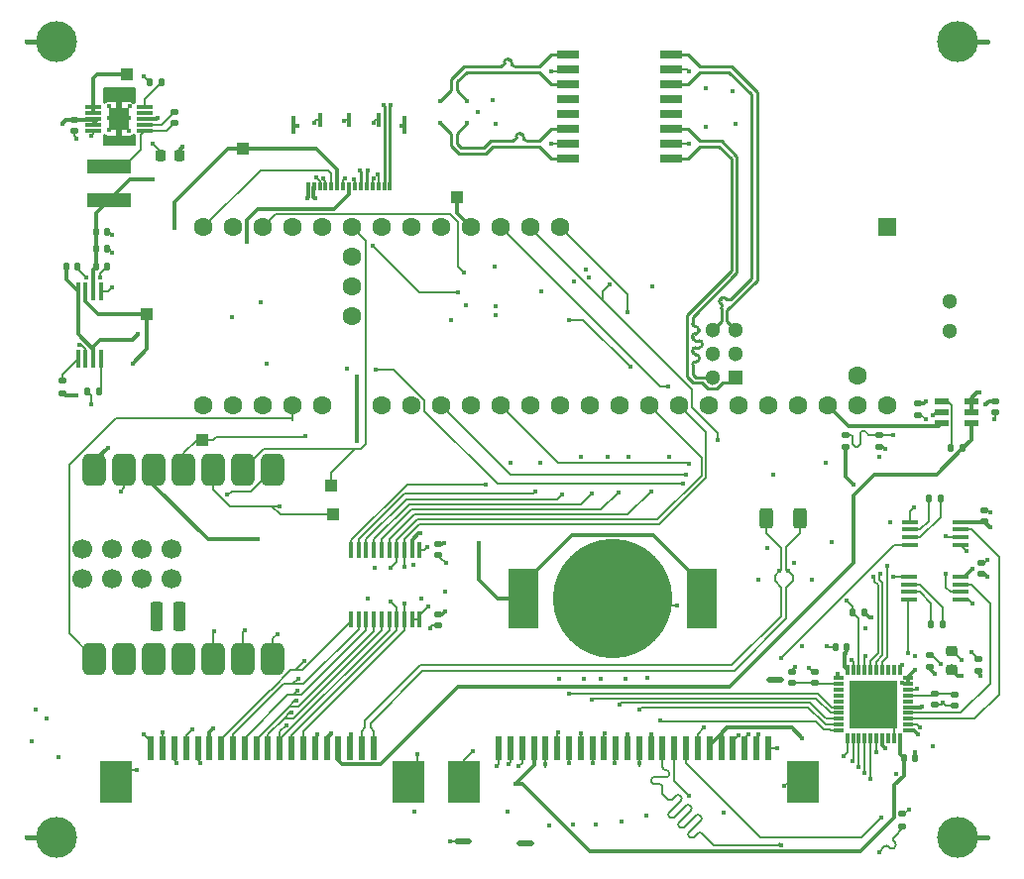
<source format=gtl>
%TF.GenerationSoftware,KiCad,Pcbnew,9.0.4*%
%TF.CreationDate,2026-02-09T19:44:13-05:00*%
%TF.ProjectId,main_board_v3,6d61696e-5f62-46f6-9172-645f76332e6b,rev?*%
%TF.SameCoordinates,Original*%
%TF.FileFunction,Copper,L1,Top*%
%TF.FilePolarity,Positive*%
%FSLAX46Y46*%
G04 Gerber Fmt 4.6, Leading zero omitted, Abs format (unit mm)*
G04 Created by KiCad (PCBNEW 9.0.4) date 2026-02-09 19:44:13*
%MOMM*%
%LPD*%
G01*
G04 APERTURE LIST*
G04 Aperture macros list*
%AMRoundRect*
0 Rectangle with rounded corners*
0 $1 Rounding radius*
0 $2 $3 $4 $5 $6 $7 $8 $9 X,Y pos of 4 corners*
0 Add a 4 corners polygon primitive as box body*
4,1,4,$2,$3,$4,$5,$6,$7,$8,$9,$2,$3,0*
0 Add four circle primitives for the rounded corners*
1,1,$1+$1,$2,$3*
1,1,$1+$1,$4,$5*
1,1,$1+$1,$6,$7*
1,1,$1+$1,$8,$9*
0 Add four rect primitives between the rounded corners*
20,1,$1+$1,$2,$3,$4,$5,0*
20,1,$1+$1,$4,$5,$6,$7,0*
20,1,$1+$1,$6,$7,$8,$9,0*
20,1,$1+$1,$8,$9,$2,$3,0*%
G04 Aperture macros list end*
%TA.AperFunction,EtchedComponent*%
%ADD10C,0.000000*%
%TD*%
%TA.AperFunction,ComponentPad*%
%ADD11C,3.500000*%
%TD*%
%TA.AperFunction,SMDPad,CuDef*%
%ADD12R,1.000000X1.000000*%
%TD*%
%TA.AperFunction,SMDPad,CuDef*%
%ADD13RoundRect,0.500000X0.500000X-0.875000X0.500000X0.875000X-0.500000X0.875000X-0.500000X-0.875000X0*%
%TD*%
%TA.AperFunction,SMDPad,CuDef*%
%ADD14RoundRect,0.275000X-0.275000X0.975000X-0.275000X-0.975000X0.275000X-0.975000X0.275000X0.975000X0*%
%TD*%
%TA.AperFunction,SMDPad,CuDef*%
%ADD15C,1.700000*%
%TD*%
%TA.AperFunction,SMDPad,CuDef*%
%ADD16RoundRect,0.140000X-0.140000X-0.170000X0.140000X-0.170000X0.140000X0.170000X-0.140000X0.170000X0*%
%TD*%
%TA.AperFunction,SMDPad,CuDef*%
%ADD17RoundRect,0.140000X-0.170000X0.140000X-0.170000X-0.140000X0.170000X-0.140000X0.170000X0.140000X0*%
%TD*%
%TA.AperFunction,SMDPad,CuDef*%
%ADD18RoundRect,0.225000X0.250000X-0.225000X0.250000X0.225000X-0.250000X0.225000X-0.250000X-0.225000X0*%
%TD*%
%TA.AperFunction,SMDPad,CuDef*%
%ADD19RoundRect,0.140000X0.170000X-0.140000X0.170000X0.140000X-0.170000X0.140000X-0.170000X-0.140000X0*%
%TD*%
%TA.AperFunction,SMDPad,CuDef*%
%ADD20R,4.050000X4.050000*%
%TD*%
%TA.AperFunction,SMDPad,CuDef*%
%ADD21R,0.300000X0.850000*%
%TD*%
%TA.AperFunction,SMDPad,CuDef*%
%ADD22R,0.850000X0.300000*%
%TD*%
%TA.AperFunction,SMDPad,CuDef*%
%ADD23RoundRect,0.135000X-0.135000X-0.185000X0.135000X-0.185000X0.135000X0.185000X-0.135000X0.185000X0*%
%TD*%
%TA.AperFunction,SMDPad,CuDef*%
%ADD24RoundRect,0.250000X-0.312500X-0.625000X0.312500X-0.625000X0.312500X0.625000X-0.312500X0.625000X0*%
%TD*%
%TA.AperFunction,SMDPad,CuDef*%
%ADD25RoundRect,0.135000X0.185000X-0.135000X0.185000X0.135000X-0.185000X0.135000X-0.185000X-0.135000X0*%
%TD*%
%TA.AperFunction,SMDPad,CuDef*%
%ADD26R,1.425000X0.300000*%
%TD*%
%TA.AperFunction,SMDPad,CuDef*%
%ADD27R,1.680000X1.880000*%
%TD*%
%TA.AperFunction,SMDPad,CuDef*%
%ADD28R,1.910000X0.640000*%
%TD*%
%TA.AperFunction,SMDPad,CuDef*%
%ADD29R,1.150000X0.600000*%
%TD*%
%TA.AperFunction,SMDPad,CuDef*%
%ADD30RoundRect,0.140000X0.140000X0.170000X-0.140000X0.170000X-0.140000X-0.170000X0.140000X-0.170000X0*%
%TD*%
%TA.AperFunction,SMDPad,CuDef*%
%ADD31RoundRect,0.135000X-0.185000X0.135000X-0.185000X-0.135000X0.185000X-0.135000X0.185000X0.135000X0*%
%TD*%
%TA.AperFunction,SMDPad,CuDef*%
%ADD32R,1.400000X0.450000*%
%TD*%
%TA.AperFunction,SMDPad,CuDef*%
%ADD33RoundRect,0.225000X-0.225000X-0.250000X0.225000X-0.250000X0.225000X0.250000X-0.225000X0.250000X0*%
%TD*%
%TA.AperFunction,SMDPad,CuDef*%
%ADD34R,2.500000X5.100000*%
%TD*%
%TA.AperFunction,SMDPad,CuDef*%
%ADD35C,10.200000*%
%TD*%
%TA.AperFunction,SMDPad,CuDef*%
%ADD36RoundRect,0.135000X0.135000X0.185000X-0.135000X0.185000X-0.135000X-0.185000X0.135000X-0.185000X0*%
%TD*%
%TA.AperFunction,SMDPad,CuDef*%
%ADD37RoundRect,0.051250X0.153750X-0.733750X0.153750X0.733750X-0.153750X0.733750X-0.153750X-0.733750X0*%
%TD*%
%TA.AperFunction,SMDPad,CuDef*%
%ADD38R,0.610000X2.000000*%
%TD*%
%TA.AperFunction,SMDPad,CuDef*%
%ADD39R,2.680000X3.600000*%
%TD*%
%TA.AperFunction,SMDPad,CuDef*%
%ADD40R,3.700000X1.200000*%
%TD*%
%TA.AperFunction,SMDPad,CuDef*%
%ADD41C,0.500000*%
%TD*%
%TA.AperFunction,SMDPad,CuDef*%
%ADD42R,0.300000X0.650000*%
%TD*%
%TA.AperFunction,SMDPad,CuDef*%
%ADD43R,0.300000X1.200000*%
%TD*%
%TA.AperFunction,SMDPad,CuDef*%
%ADD44R,0.400000X1.550000*%
%TD*%
%TA.AperFunction,SMDPad,CuDef*%
%ADD45R,0.450000X1.475000*%
%TD*%
%TA.AperFunction,ComponentPad*%
%ADD46R,1.600000X1.600000*%
%TD*%
%TA.AperFunction,ComponentPad*%
%ADD47C,1.600000*%
%TD*%
%TA.AperFunction,ComponentPad*%
%ADD48R,1.300000X1.300000*%
%TD*%
%TA.AperFunction,ComponentPad*%
%ADD49C,1.300000*%
%TD*%
%TA.AperFunction,ViaPad*%
%ADD50C,0.450000*%
%TD*%
%TA.AperFunction,Conductor*%
%ADD51C,0.400000*%
%TD*%
%TA.AperFunction,Conductor*%
%ADD52C,0.200000*%
%TD*%
%TA.AperFunction,Conductor*%
%ADD53C,0.300000*%
%TD*%
%TA.AperFunction,Conductor*%
%ADD54C,0.288800*%
%TD*%
G04 APERTURE END LIST*
D10*
%TA.AperFunction,EtchedComponent*%
G36*
X116900000Y-71750000D02*
G01*
X115900000Y-71750000D01*
X115900000Y-71250000D01*
X116900000Y-71250000D01*
X116900000Y-71750000D01*
G37*
%TD.AperFunction*%
%TA.AperFunction,EtchedComponent*%
G36*
X90200000Y-85550000D02*
G01*
X89200000Y-85550000D01*
X89200000Y-85050000D01*
X90200000Y-85050000D01*
X90200000Y-85550000D01*
G37*
%TD.AperFunction*%
%TA.AperFunction,EtchedComponent*%
G36*
X95550000Y-85750000D02*
G01*
X94550000Y-85750000D01*
X94550000Y-85250000D01*
X95550000Y-85250000D01*
X95550000Y-85750000D01*
G37*
%TD.AperFunction*%
D11*
X55000000Y-17000000D03*
D12*
X67500000Y-51000000D03*
X61000000Y-19770000D03*
X70900000Y-26100000D03*
D13*
X58260000Y-69700000D03*
X60800000Y-69700000D03*
X63340000Y-69700000D03*
X65880000Y-69700000D03*
X68420000Y-69700000D03*
X70960000Y-69700000D03*
X73500000Y-69700000D03*
X73500000Y-53535000D03*
X70960000Y-53535000D03*
X68420000Y-53535000D03*
X65880000Y-53535000D03*
X63340000Y-53535000D03*
X60800000Y-53535000D03*
X58260000Y-53535000D03*
D14*
X65498000Y-66090000D03*
X63593000Y-66090000D03*
D15*
X57248000Y-62915000D03*
X57248000Y-60375000D03*
X59788000Y-62915000D03*
X59788000Y-60375000D03*
X62328000Y-62915000D03*
X62328000Y-60375000D03*
X64868000Y-62915000D03*
X64868000Y-60375000D03*
D16*
X59345000Y-34730000D03*
X58385000Y-34730000D03*
D17*
X131750000Y-73710000D03*
X131750000Y-72750000D03*
D18*
X131450000Y-69095000D03*
X131450000Y-70645000D03*
D19*
X117800000Y-70820000D03*
X117800000Y-71780000D03*
D16*
X59345000Y-33230000D03*
X58385000Y-33230000D03*
D17*
X56525000Y-24650000D03*
X56525000Y-23690000D03*
D20*
X124800000Y-73600000D03*
D21*
X127050000Y-76550000D03*
X126550000Y-76550000D03*
X126050000Y-76550000D03*
X125550000Y-76550000D03*
X125050000Y-76550000D03*
X124550000Y-76550000D03*
X124050000Y-76550000D03*
X123550000Y-76550000D03*
X123050000Y-76550000D03*
X122550000Y-76550000D03*
D22*
X121850000Y-75850000D03*
X121850000Y-75350000D03*
X121850000Y-74850000D03*
X121850000Y-74350000D03*
X121850000Y-73850000D03*
X121850000Y-73350000D03*
X121850000Y-72850000D03*
X121850000Y-72350000D03*
X121850000Y-71850000D03*
X121850000Y-71350000D03*
D21*
X122550000Y-70650000D03*
X123050000Y-70650000D03*
X123550000Y-70650000D03*
X124050000Y-70650000D03*
X124550000Y-70650000D03*
X125050000Y-70650000D03*
X125550000Y-70650000D03*
X126050000Y-70650000D03*
X126550000Y-70650000D03*
X127050000Y-70650000D03*
D22*
X127750000Y-71350000D03*
X127750000Y-71850000D03*
X127750000Y-72350000D03*
X127750000Y-72850000D03*
X127750000Y-73350000D03*
X127750000Y-73850000D03*
X127750000Y-74350000D03*
X127750000Y-74850000D03*
X127750000Y-75350000D03*
X127750000Y-75850000D03*
D23*
X124010000Y-65750000D03*
X122990000Y-65750000D03*
D24*
X118557500Y-57686600D03*
X115632500Y-57686600D03*
D25*
X55500000Y-45990000D03*
X55500000Y-47010000D03*
D12*
X62750000Y-40250000D03*
D11*
X132000000Y-85000000D03*
D26*
X58153000Y-22591000D03*
X58153000Y-23091000D03*
X58153000Y-23591000D03*
X58153000Y-24091000D03*
X58153000Y-24591000D03*
X62577000Y-24591000D03*
X62577000Y-24091000D03*
X62577000Y-23591000D03*
X62577000Y-23091000D03*
X62577000Y-22591000D03*
D27*
X60365000Y-23591000D03*
D17*
X65085000Y-22980000D03*
X65085000Y-23940000D03*
X87600000Y-59920000D03*
X87600000Y-60880000D03*
X128600000Y-47920000D03*
X128600000Y-48880000D03*
D28*
X107500000Y-26960000D03*
X107500000Y-25690000D03*
X107500000Y-24420000D03*
X107500000Y-23150000D03*
X107500000Y-21880000D03*
X107500000Y-20610000D03*
X107500000Y-19340000D03*
X107500000Y-18070000D03*
X98730000Y-18070000D03*
X98730000Y-19340000D03*
X98730000Y-20610000D03*
X98730000Y-21880000D03*
X98730000Y-23150000D03*
X98730000Y-24420000D03*
X98730000Y-25690000D03*
X98730000Y-26960000D03*
D29*
X130624000Y-47700000D03*
X130624000Y-48650000D03*
X130624000Y-49600000D03*
X133124000Y-49600000D03*
X133124000Y-48650000D03*
X133124000Y-47700000D03*
D30*
X122500000Y-68750000D03*
X121540000Y-68750000D03*
D25*
X127250000Y-84010000D03*
X127250000Y-82990000D03*
D19*
X129600000Y-70400000D03*
X129600000Y-69440000D03*
D31*
X125300000Y-50590000D03*
X125300000Y-51610000D03*
D17*
X87600000Y-65940000D03*
X87600000Y-66900000D03*
D32*
X127850000Y-62700000D03*
X127850000Y-63350000D03*
X127850000Y-64000000D03*
X127850000Y-64650000D03*
X132250000Y-64650000D03*
X132250000Y-64000000D03*
X132250000Y-63350000D03*
X132250000Y-62700000D03*
D11*
X132000000Y-17000000D03*
D17*
X130000000Y-72670000D03*
X130000000Y-73630000D03*
D12*
X78600000Y-57400000D03*
D19*
X135174000Y-48680000D03*
X135174000Y-47720000D03*
X134275000Y-57980000D03*
X134275000Y-57020000D03*
D23*
X62940000Y-20500000D03*
X63960000Y-20500000D03*
D19*
X119800000Y-71780000D03*
X119800000Y-70820000D03*
D16*
X58365000Y-36230000D03*
X59325000Y-36230000D03*
D31*
X133750000Y-69740000D03*
X133750000Y-70760000D03*
D33*
X63925000Y-26700000D03*
X65475000Y-26700000D03*
D23*
X129490000Y-56000000D03*
X130510000Y-56000000D03*
D34*
X110100000Y-64600000D03*
X94900000Y-64600000D03*
D35*
X102500000Y-64600000D03*
D25*
X122425000Y-51635000D03*
X122425000Y-50615000D03*
D36*
X130750000Y-66750000D03*
X129730000Y-66750000D03*
D30*
X128380000Y-78250000D03*
X127420000Y-78250000D03*
D37*
X56850000Y-44100000D03*
X57500000Y-44100000D03*
X58150000Y-44100000D03*
X58800000Y-44100000D03*
X58800000Y-38360000D03*
X58150000Y-38360000D03*
X57500000Y-38360000D03*
X56850000Y-38360000D03*
D19*
X134000000Y-62480000D03*
X134000000Y-61520000D03*
D38*
X63090000Y-77400000D03*
X64090000Y-77400000D03*
X65090000Y-77400000D03*
X66090000Y-77400000D03*
X67090000Y-77400000D03*
X68090000Y-77400000D03*
X69090000Y-77400000D03*
X70090000Y-77400000D03*
X71090000Y-77400000D03*
X72090000Y-77400000D03*
X73090000Y-77400000D03*
X74090000Y-77400000D03*
X75090000Y-77400000D03*
X76090000Y-77400000D03*
X77090000Y-77400000D03*
X78090000Y-77400000D03*
X79090000Y-77400000D03*
X80090000Y-77400000D03*
X81090000Y-77400000D03*
X82090000Y-77400000D03*
D39*
X60100000Y-80200000D03*
X85080000Y-80200000D03*
D36*
X132424000Y-51750000D03*
X131404000Y-51750000D03*
D38*
X92790000Y-77400000D03*
X93790000Y-77400000D03*
X94790000Y-77400000D03*
X95790000Y-77400000D03*
X96790000Y-77400000D03*
X97790000Y-77400000D03*
X98790000Y-77400000D03*
X99790000Y-77400000D03*
X100790000Y-77400000D03*
X101790000Y-77400000D03*
X102790000Y-77400000D03*
X103790000Y-77400000D03*
X104790000Y-77400000D03*
X105790000Y-77400000D03*
X106790000Y-77400000D03*
X107790000Y-77400000D03*
X108790000Y-77400000D03*
X109790000Y-77400000D03*
X110790000Y-77400000D03*
X111790000Y-77400000D03*
X112790000Y-77400000D03*
X113790000Y-77400000D03*
X114790000Y-77400000D03*
X115790000Y-77400000D03*
D39*
X89800000Y-80200000D03*
X118780000Y-80200000D03*
D40*
X59500000Y-27700000D03*
X59500000Y-30500000D03*
D12*
X78500000Y-54900000D03*
D36*
X58660000Y-46860000D03*
X57640000Y-46860000D03*
D12*
X89250000Y-30250000D03*
D16*
X55845000Y-36230000D03*
X56805000Y-36230000D03*
D32*
X127875000Y-58025000D03*
X127875000Y-58675000D03*
X127875000Y-59325000D03*
X127875000Y-59975000D03*
X132275000Y-59975000D03*
X132275000Y-59325000D03*
X132275000Y-58675000D03*
X132275000Y-58025000D03*
D41*
X115900000Y-71500000D03*
X116900000Y-71500000D03*
D11*
X55000000Y-85000000D03*
D41*
X89200000Y-85300000D03*
X90200000Y-85300000D03*
D42*
X83500000Y-29375000D03*
X83000000Y-29375000D03*
X82500000Y-29375000D03*
X82000000Y-29375000D03*
X81500000Y-29375000D03*
X81000000Y-29375000D03*
X80500000Y-29375000D03*
X80000000Y-29375000D03*
X79500000Y-29375000D03*
X79000000Y-29375000D03*
X78500000Y-29375000D03*
X78000000Y-29375000D03*
X77500000Y-29375000D03*
X77000000Y-29375000D03*
X76500000Y-29375000D03*
D43*
X82500000Y-23700000D03*
X80000000Y-23700000D03*
X77500000Y-23700000D03*
D44*
X84750000Y-24125000D03*
X75250000Y-24125000D03*
D41*
X95550000Y-85500000D03*
X94550000Y-85500000D03*
D45*
X86025000Y-60462000D03*
X85375000Y-60462000D03*
X84725000Y-60462000D03*
X84075000Y-60462000D03*
X83425000Y-60462000D03*
X82775000Y-60462000D03*
X82125000Y-60462000D03*
X81475000Y-60462000D03*
X80825000Y-60462000D03*
X80175000Y-60462000D03*
X80175000Y-66338000D03*
X80825000Y-66338000D03*
X81475000Y-66338000D03*
X82125000Y-66338000D03*
X82775000Y-66338000D03*
X83425000Y-66338000D03*
X84075000Y-66338000D03*
X84725000Y-66338000D03*
X85375000Y-66338000D03*
X86025000Y-66338000D03*
D46*
X126000000Y-32860000D03*
D47*
X98060000Y-32860000D03*
X95520000Y-32860000D03*
X92980000Y-32860000D03*
X90440000Y-32860000D03*
X87900000Y-32860000D03*
X85360000Y-32860000D03*
X82820000Y-32860000D03*
X80280000Y-32860000D03*
X77740000Y-32860000D03*
X75200000Y-32860000D03*
X72660000Y-32860000D03*
X70120000Y-32860000D03*
X67580000Y-32860000D03*
X67580000Y-48100000D03*
X70120000Y-48100000D03*
X72660000Y-48100000D03*
X75200000Y-48100000D03*
X77740000Y-48100000D03*
X82820000Y-48100000D03*
X85360000Y-48100000D03*
X87900000Y-48100000D03*
X90440000Y-48100000D03*
X92980000Y-48100000D03*
X95520000Y-48100000D03*
X98060000Y-48100000D03*
X100600000Y-48100000D03*
X103140000Y-48100000D03*
X105680000Y-48100000D03*
X108220000Y-48100000D03*
X110760000Y-48100000D03*
X113300000Y-48100000D03*
X115840000Y-48100000D03*
X118380000Y-48100000D03*
X120920000Y-48100000D03*
X123460000Y-48100000D03*
X126000000Y-48100000D03*
X123460000Y-45560000D03*
X80280000Y-35400000D03*
X80280000Y-37940000D03*
X80280000Y-40480000D03*
D48*
X113030000Y-45661600D03*
D49*
X113030000Y-43661600D03*
X113030000Y-41661600D03*
X111030000Y-41661600D03*
X111030000Y-43661600D03*
X111030000Y-45661600D03*
X131290000Y-41750000D03*
X131290000Y-39210000D03*
D50*
X134500000Y-85000000D03*
X134500000Y-17000000D03*
X52500000Y-17000000D03*
X52500000Y-85000000D03*
X127800000Y-82600000D03*
X95550000Y-85500000D03*
X116600000Y-77400000D03*
X105400000Y-83100000D03*
X121250000Y-59775000D03*
X103600000Y-71400000D03*
X100100000Y-71440000D03*
X97100000Y-84000000D03*
X135124000Y-49250000D03*
X124800000Y-73600000D03*
X130514040Y-70178343D03*
X129250000Y-49250000D03*
X90600000Y-77600000D03*
X114100000Y-76200000D03*
X132321212Y-69789943D03*
X112000000Y-82900000D03*
X134500000Y-61250000D03*
X99100000Y-83900000D03*
X133250000Y-65000000D03*
X101500000Y-71400000D03*
X105500000Y-71390000D03*
X130750000Y-73500000D03*
X128800000Y-75600000D03*
X113300000Y-76300000D03*
X115000000Y-76200000D03*
X126700000Y-79600000D03*
X125800000Y-51800000D03*
X128301000Y-77700000D03*
X128511866Y-72259128D03*
X117200000Y-80600000D03*
X129834854Y-48932893D03*
X101100000Y-83900000D03*
X115900000Y-71500000D03*
X120750000Y-53000000D03*
X127250000Y-70250000D03*
X103300000Y-83600000D03*
X134750000Y-57250000D03*
X97925000Y-71425000D03*
X133900000Y-71200000D03*
X132750000Y-60500000D03*
X123100000Y-54800000D03*
X118700000Y-76500000D03*
X118700000Y-68600000D03*
X124075000Y-67100000D03*
X128900000Y-73825000D03*
X79800000Y-44900000D03*
X62000000Y-42000000D03*
X65100000Y-32900000D03*
X61500000Y-44500000D03*
X134750000Y-58500000D03*
X68400000Y-75700000D03*
X129250000Y-47750000D03*
X133874000Y-47000000D03*
X130000000Y-71000000D03*
X88200000Y-65700000D03*
X86200000Y-64600000D03*
X132300000Y-71200000D03*
X133250000Y-62000000D03*
X59400000Y-51700000D03*
X134374000Y-48000000D03*
X56750000Y-47250000D03*
X88247968Y-63969908D03*
X78492280Y-76091874D03*
X125250000Y-52500000D03*
X127250002Y-71781670D03*
X81600000Y-64600000D03*
X134500000Y-62750000D03*
X128301000Y-70700000D03*
X93500000Y-82800000D03*
X92600000Y-78900000D03*
X93600000Y-78700000D03*
X127776000Y-69250000D03*
X125500000Y-83250000D03*
X110300000Y-75625000D03*
X116875000Y-69625000D03*
X83565000Y-64855000D03*
X84725000Y-65000000D03*
X76150000Y-69950000D03*
X105800000Y-76200000D03*
X75600000Y-72425000D03*
X103800000Y-76200000D03*
X75700000Y-71400000D03*
X90100000Y-23950000D03*
X81570300Y-28000000D03*
X75108732Y-74333732D03*
X66621232Y-75721232D03*
X80700000Y-51100000D03*
X91100000Y-59800000D03*
X80700000Y-45600000D03*
X96800000Y-78700000D03*
X87825000Y-23950000D03*
X80929700Y-28000000D03*
X99800000Y-76100000D03*
X60365000Y-23591000D03*
X57575000Y-37150000D03*
X73000000Y-44500000D03*
X59750000Y-33500000D03*
X62500000Y-20000000D03*
X61200000Y-23500000D03*
X88600000Y-85300000D03*
X58000000Y-25000000D03*
X59750000Y-38000000D03*
X60300000Y-25300000D03*
X58725000Y-37150000D03*
X61300000Y-21700000D03*
X59500000Y-25300000D03*
X59500000Y-24500000D03*
X60400000Y-21700000D03*
X61200000Y-24600000D03*
X52900000Y-76800000D03*
X72500000Y-39250000D03*
X61300000Y-22500000D03*
X59500000Y-21700000D03*
X58000000Y-48000000D03*
X56750000Y-25250000D03*
X59500000Y-23500000D03*
X56934616Y-42890000D03*
X59750000Y-35000000D03*
X60400000Y-22500000D03*
X63250000Y-25750000D03*
X59500000Y-22500000D03*
X55200000Y-78100000D03*
X61200000Y-25300000D03*
X60300000Y-24600000D03*
X101800000Y-76100000D03*
X74645382Y-75387082D03*
X76400000Y-30366387D03*
X97900000Y-76000000D03*
X83570300Y-22400000D03*
X87825000Y-22050000D03*
X125250000Y-86250000D03*
X116900000Y-85625000D03*
X104800000Y-78600000D03*
X82929700Y-22400000D03*
X90100000Y-22050000D03*
X75500000Y-73325000D03*
X77100000Y-30366387D03*
X109000000Y-81400000D03*
X102700000Y-78600000D03*
X100800000Y-78600000D03*
X64100000Y-76000000D03*
X92539861Y-39564806D03*
X118005087Y-61547984D03*
X90000000Y-39500000D03*
X92455000Y-36250000D03*
X98800000Y-78600000D03*
X117491700Y-62208300D03*
X116733352Y-62233352D03*
X113000000Y-24000000D03*
X121700000Y-71000000D03*
X82100000Y-28700000D03*
X120800000Y-68600000D03*
X82100000Y-23900000D03*
X112750000Y-21250000D03*
X118100000Y-70400000D03*
X88250000Y-61520000D03*
X92250000Y-22000000D03*
X79682584Y-28659362D03*
X84500000Y-24200000D03*
X67300000Y-78600000D03*
X93800000Y-53000000D03*
X116200000Y-54000000D03*
X110500000Y-21000000D03*
X77300000Y-76200000D03*
X115000000Y-63000000D03*
X80200000Y-76200000D03*
X92500000Y-24000000D03*
X85800000Y-77900000D03*
X99250000Y-37500000D03*
X86900000Y-67100000D03*
X65300000Y-78600000D03*
X103900000Y-52475000D03*
X60500000Y-55400000D03*
X99800000Y-52475000D03*
X100481112Y-37107529D03*
X82440900Y-28307152D03*
X75600000Y-24200000D03*
X115735000Y-60250000D03*
X119300000Y-70500000D03*
X116900000Y-71500000D03*
X92500000Y-40400000D03*
X77000000Y-23900000D03*
X62500000Y-76200000D03*
X80440900Y-28740159D03*
X96396069Y-38318859D03*
X108000000Y-65200000D03*
X110500000Y-24250000D03*
X91000000Y-23000000D03*
X79600000Y-23800000D03*
X77233350Y-28633251D03*
X107300000Y-52475000D03*
X96300000Y-53000000D03*
X77800000Y-28700000D03*
X86720000Y-60200000D03*
X119500000Y-63000000D03*
X88750000Y-40750000D03*
X122922742Y-69863044D03*
X102100000Y-52475000D03*
X61900000Y-79200000D03*
X90200000Y-85300000D03*
X94500000Y-78900000D03*
X94550000Y-85500000D03*
X65750000Y-26000000D03*
X63624061Y-23503097D03*
X59750000Y-19750000D03*
X63250000Y-28750000D03*
X94200000Y-80400000D03*
X98800000Y-72700000D03*
X109000000Y-19500000D03*
X109000000Y-25750000D03*
X100700000Y-73225000D03*
X103100000Y-73626000D03*
X104824000Y-74027000D03*
X106600000Y-75000000D03*
X53200000Y-74100000D03*
X54200000Y-74800000D03*
X85600000Y-82800000D03*
X55500000Y-24000000D03*
X122250000Y-78000000D03*
X123000000Y-78500000D03*
X123475000Y-79000000D03*
X124000000Y-79500000D03*
X124525000Y-79997449D03*
X122500000Y-64750000D03*
X108750000Y-54000000D03*
X91700000Y-54800000D03*
X83570000Y-61950000D03*
X84725000Y-61900000D03*
X105786119Y-55413881D03*
X103000000Y-55500000D03*
X126500000Y-62750000D03*
X133149173Y-69139173D03*
X126500000Y-50600000D03*
X128250000Y-56750000D03*
X100700000Y-55600000D03*
X97250000Y-25750000D03*
X97250000Y-19500000D03*
X98200000Y-55700000D03*
X95900000Y-55400000D03*
X86760000Y-65260000D03*
X74030000Y-56661600D03*
X76300000Y-50700000D03*
X126000000Y-61750000D03*
X107250000Y-46500000D03*
X125336861Y-62470542D03*
X111500000Y-51000000D03*
X102228768Y-37771232D03*
X124750000Y-62750000D03*
X109071232Y-53071232D03*
X100250000Y-36500000D03*
X131000000Y-62500000D03*
X105900000Y-37900000D03*
X126200000Y-58100000D03*
X129900000Y-77200000D03*
X125800000Y-77400000D03*
X82250000Y-45000000D03*
X108500000Y-54750000D03*
X124075000Y-69500000D03*
X98750000Y-40750000D03*
X131000000Y-59250000D03*
X104000000Y-44750000D03*
X103800000Y-40100000D03*
X89317952Y-38375002D03*
X82000000Y-34400000D03*
X71271000Y-34100000D03*
X122400000Y-69200000D03*
X82220000Y-61950000D03*
X128586792Y-76214040D03*
X70000000Y-40500000D03*
X85470000Y-61700000D03*
X72200000Y-59500000D03*
X124647000Y-66200000D03*
X88100000Y-59800000D03*
X128374126Y-69504449D03*
X86100000Y-59000000D03*
X73900000Y-67600000D03*
X69605000Y-55700000D03*
X68500000Y-67400000D03*
X71100000Y-67300000D03*
X125075000Y-77700000D03*
X89800000Y-36700000D03*
D51*
X132000000Y-85000000D02*
X134500000Y-85000000D01*
X132000000Y-17000000D02*
X134500000Y-17000000D01*
X55000000Y-17000000D02*
X52500000Y-17000000D01*
X55000000Y-85000000D02*
X52500000Y-85000000D01*
X55000000Y-17000000D02*
X55000000Y-17500000D01*
D52*
X132275000Y-60025000D02*
X132750000Y-60500000D01*
X89800000Y-78400000D02*
X90600000Y-77600000D01*
X130624000Y-48650000D02*
X130117747Y-48650000D01*
X127250000Y-82990000D02*
X127410000Y-82990000D01*
X131921269Y-69390000D02*
X132321212Y-69789943D01*
X131750000Y-73710000D02*
X130960000Y-73710000D01*
X128380000Y-77779000D02*
X128301000Y-77700000D01*
X134275000Y-57020000D02*
X134520000Y-57020000D01*
X127410000Y-82990000D02*
X127800000Y-82600000D01*
X134520000Y-57020000D02*
X134750000Y-57250000D01*
X127050000Y-70650000D02*
X127050000Y-70450000D01*
X127750000Y-72350000D02*
X128420994Y-72350000D01*
X128880000Y-48880000D02*
X129250000Y-49250000D01*
X114790000Y-76410000D02*
X115000000Y-76200000D01*
X126550000Y-75350000D02*
X124800000Y-73600000D01*
X128380000Y-78250000D02*
X128380000Y-77779000D01*
X117600000Y-80200000D02*
X118780000Y-80200000D01*
X127050000Y-70450000D02*
X127250000Y-70250000D01*
X130960000Y-73710000D02*
X130750000Y-73500000D01*
X135174000Y-49200000D02*
X135124000Y-49250000D01*
X132275000Y-59975000D02*
X132275000Y-60025000D01*
X131450000Y-69390000D02*
X131921269Y-69390000D01*
X130000000Y-73630000D02*
X130620000Y-73630000D01*
X129600000Y-69440000D02*
X129775697Y-69440000D01*
X133750000Y-70760000D02*
X133750000Y-71050000D01*
X134000000Y-61520000D02*
X134230000Y-61520000D01*
X112790000Y-76810000D02*
X113300000Y-76300000D01*
X130117747Y-48650000D02*
X129834854Y-48932893D01*
X128550000Y-75350000D02*
X128800000Y-75600000D01*
X135174000Y-48680000D02*
X135174000Y-49200000D01*
X132250000Y-64650000D02*
X132900000Y-64650000D01*
X89800000Y-80200000D02*
X89800000Y-78400000D01*
X129775697Y-69440000D02*
X130514040Y-70178343D01*
X125300000Y-51610000D02*
X125610000Y-51610000D01*
X134230000Y-61520000D02*
X134500000Y-61250000D01*
X113790000Y-76510000D02*
X114100000Y-76200000D01*
X130620000Y-73630000D02*
X130750000Y-73500000D01*
X132900000Y-64650000D02*
X133250000Y-65000000D01*
X133750000Y-71050000D02*
X133900000Y-71200000D01*
X127750000Y-75350000D02*
X128550000Y-75350000D01*
X115790000Y-77400000D02*
X116600000Y-77400000D01*
X125610000Y-51610000D02*
X125800000Y-51800000D01*
X128600000Y-48880000D02*
X128880000Y-48880000D01*
X128420994Y-72350000D02*
X128511866Y-72259128D01*
X114790000Y-77400000D02*
X114790000Y-76410000D01*
X126550000Y-76550000D02*
X126550000Y-75350000D01*
X112790000Y-77400000D02*
X112790000Y-76810000D01*
X113790000Y-77400000D02*
X113790000Y-76510000D01*
X117200000Y-80600000D02*
X117600000Y-80200000D01*
D53*
X122425000Y-54125000D02*
X123100000Y-54800000D01*
X110790000Y-77100000D02*
X111790000Y-76100000D01*
X112266000Y-75624000D02*
X117824000Y-75624000D01*
X110790000Y-77400000D02*
X110790000Y-77100000D01*
X128875000Y-73850000D02*
X128900000Y-73825000D01*
X122425000Y-51635000D02*
X122425000Y-54125000D01*
X127750000Y-73850000D02*
X128875000Y-73850000D01*
X111790000Y-77400000D02*
X111790000Y-76100000D01*
X117824000Y-75624000D02*
X118700000Y-76500000D01*
X111790000Y-76100000D02*
X112266000Y-75624000D01*
X58750000Y-42500000D02*
X58150000Y-43100000D01*
X65100000Y-30700000D02*
X69700000Y-26100000D01*
X62000000Y-42000000D02*
X61500000Y-42500000D01*
X58150000Y-43100000D02*
X58150000Y-44100000D01*
X61500000Y-42500000D02*
X58750000Y-42500000D01*
X70900000Y-26100000D02*
X77200000Y-26100000D01*
X77200000Y-26100000D02*
X79000000Y-27900000D01*
X56850000Y-41992212D02*
X58150000Y-43292212D01*
X65100000Y-32900000D02*
X65100000Y-30700000D01*
X58150000Y-43292212D02*
X58150000Y-44100000D01*
X55845000Y-37355000D02*
X56850000Y-38360000D01*
X69700000Y-26100000D02*
X70900000Y-26100000D01*
X55845000Y-36230000D02*
X55845000Y-37355000D01*
X56850000Y-38360000D02*
X56850000Y-41992212D01*
X79000000Y-27900000D02*
X79000000Y-29375000D01*
X134275000Y-58025000D02*
X134750000Y-58500000D01*
X78090000Y-76494154D02*
X78492280Y-76091874D01*
X131950000Y-71200000D02*
X131450000Y-70700000D01*
X134230000Y-62480000D02*
X134500000Y-62750000D01*
X133124000Y-48650000D02*
X133124000Y-47700000D01*
X132275000Y-58025000D02*
X134230000Y-58025000D01*
X57500000Y-39167788D02*
X58582212Y-40250000D01*
X58582212Y-40250000D02*
X62750000Y-40250000D01*
X58260000Y-52840000D02*
X59400000Y-51700000D01*
X135174000Y-47720000D02*
X134654000Y-47720000D01*
X132550000Y-62700000D02*
X133250000Y-62000000D01*
X131450000Y-70700000D02*
X131450000Y-70350000D01*
X57500000Y-38360000D02*
X57500000Y-39167788D01*
X78090000Y-77400000D02*
X78090000Y-76494154D01*
X132250000Y-62700000D02*
X132550000Y-62700000D01*
X128600000Y-47920000D02*
X129080000Y-47920000D01*
X133624000Y-47000000D02*
X133874000Y-47000000D01*
X55740000Y-47250000D02*
X55500000Y-47010000D01*
X132300000Y-71200000D02*
X131950000Y-71200000D01*
X134275000Y-57980000D02*
X134275000Y-58025000D01*
X62750000Y-40250000D02*
X62750000Y-43250000D01*
X127750000Y-71850000D02*
X127750000Y-71350000D01*
X129600000Y-70600000D02*
X130000000Y-71000000D01*
X133124000Y-47700000D02*
X133124000Y-47500000D01*
X134230000Y-58025000D02*
X134275000Y-57980000D01*
X62750000Y-43250000D02*
X61500000Y-44500000D01*
X127750000Y-71350000D02*
X127750000Y-71251000D01*
X56750000Y-47250000D02*
X55740000Y-47250000D01*
X134654000Y-47720000D02*
X134374000Y-48000000D01*
X134000000Y-62480000D02*
X134230000Y-62480000D01*
X129600000Y-70400000D02*
X129600000Y-70600000D01*
X133124000Y-47500000D02*
X133624000Y-47000000D01*
X127750000Y-71251000D02*
X128301000Y-70700000D01*
X58260000Y-53535000D02*
X58260000Y-52840000D01*
X68090000Y-76010000D02*
X68400000Y-75700000D01*
X87600000Y-65940000D02*
X87960000Y-65940000D01*
X68090000Y-77400000D02*
X68090000Y-76010000D01*
X87960000Y-65940000D02*
X88200000Y-65700000D01*
X129080000Y-47920000D02*
X129250000Y-47750000D01*
D52*
X93790000Y-78510000D02*
X93600000Y-78700000D01*
X92790000Y-78710000D02*
X92600000Y-78900000D01*
X92790000Y-77400000D02*
X92790000Y-78710000D01*
X93790000Y-77400000D02*
X93790000Y-78510000D01*
X108790000Y-78590000D02*
X108790000Y-77400000D01*
X127750000Y-69224000D02*
X127750000Y-64750000D01*
X127750000Y-64750000D02*
X127850000Y-64650000D01*
X115151000Y-84951000D02*
X108790000Y-78590000D01*
X123799000Y-84951000D02*
X115151000Y-84951000D01*
X125500000Y-83250000D02*
X123799000Y-84951000D01*
X127776000Y-69250000D02*
X127750000Y-69224000D01*
X110300000Y-75625000D02*
X109790000Y-76135000D01*
X109790000Y-76135000D02*
X109790000Y-77400000D01*
X116875000Y-69625000D02*
X126525000Y-59975000D01*
X126525000Y-59975000D02*
X127875000Y-59975000D01*
D53*
X79090000Y-78407000D02*
X79434000Y-78751000D01*
X124900000Y-54000000D02*
X130174000Y-54000000D01*
X123100000Y-61500000D02*
X123100000Y-55800000D01*
X123100000Y-55800000D02*
X124900000Y-54000000D01*
X79434000Y-78751000D02*
X82687000Y-78751000D01*
X130174000Y-54000000D02*
X132424000Y-51750000D01*
X112500000Y-72100000D02*
X123100000Y-61500000D01*
X79090000Y-77400000D02*
X79090000Y-78407000D01*
X133124000Y-49600000D02*
X133124000Y-51050000D01*
X133124000Y-51050000D02*
X132424000Y-51750000D01*
X89338000Y-72100000D02*
X112500000Y-72100000D01*
X82687000Y-78751000D02*
X89338000Y-72100000D01*
D52*
X84075000Y-65365000D02*
X84075000Y-66338000D01*
X84075000Y-67275500D02*
X75090000Y-76260500D01*
X75090000Y-76260500D02*
X75090000Y-77400000D01*
X83565000Y-64855000D02*
X84075000Y-65365000D01*
X84075000Y-66338000D02*
X84075000Y-67275500D01*
X84725000Y-66338000D02*
X84725000Y-67275500D01*
X76090000Y-75910500D02*
X84725000Y-67275500D01*
X76090000Y-77400000D02*
X76090000Y-75910500D01*
X84725000Y-65000000D02*
X84725000Y-66338000D01*
X76000000Y-70700000D02*
X80175000Y-66525000D01*
X75700000Y-70700000D02*
X75015058Y-70700000D01*
X69090000Y-77400000D02*
X69090000Y-76610000D01*
X75400000Y-70700000D02*
X76050000Y-70050000D01*
X80175000Y-66525000D02*
X80175000Y-66338000D01*
X69090000Y-76610000D02*
X73345000Y-72355000D01*
X75700000Y-70700000D02*
X76000000Y-70700000D01*
X73360058Y-72355000D02*
X73345000Y-72355000D01*
X76150000Y-69950000D02*
X75400000Y-70700000D01*
X75015058Y-70700000D02*
X73360058Y-72355000D01*
X75400000Y-70700000D02*
X75700000Y-70700000D01*
X105790000Y-76210000D02*
X105800000Y-76200000D01*
X105790000Y-77400000D02*
X105790000Y-76210000D01*
X74783000Y-72800000D02*
X75225000Y-72800000D01*
X81475000Y-67252500D02*
X75927500Y-72800000D01*
X74783000Y-72800000D02*
X71090000Y-76493000D01*
X75927500Y-72800000D02*
X74783000Y-72800000D01*
X81475000Y-66338000D02*
X81475000Y-67252500D01*
X75225000Y-72800000D02*
X75600000Y-72425000D01*
X71090000Y-76493000D02*
X71090000Y-77400000D01*
X103790000Y-77400000D02*
X103790000Y-76210000D01*
X103790000Y-76210000D02*
X103800000Y-76200000D01*
X76125000Y-71900000D02*
X74900000Y-71900000D01*
X70090000Y-76200000D02*
X70090000Y-77400000D01*
X74390000Y-71900000D02*
X70090000Y-76200000D01*
X75200000Y-71900000D02*
X75700000Y-71400000D01*
X80825000Y-67200000D02*
X76125000Y-71900000D01*
X74900000Y-71900000D02*
X75200000Y-71900000D01*
X74900000Y-71900000D02*
X74390000Y-71900000D01*
X80825000Y-66338000D02*
X80825000Y-67200000D01*
D54*
X90100000Y-23950000D02*
X89202200Y-24847800D01*
X94287166Y-25210300D02*
X94287166Y-25087182D01*
X81489700Y-28080600D02*
X81570300Y-28000000D01*
X94887166Y-25087182D02*
X94887166Y-25210300D01*
X81489700Y-28877199D02*
X81489700Y-28080600D01*
X95655503Y-25450300D02*
X96267199Y-25450300D01*
X91500712Y-26060300D02*
X92110712Y-25450300D01*
X89552947Y-26060300D02*
X91500712Y-26060300D01*
X81500000Y-29375000D02*
X81500000Y-28887499D01*
X92110712Y-25450300D02*
X94047166Y-25450300D01*
X95127166Y-25450300D02*
X95247166Y-25450300D01*
X96267199Y-25450300D02*
X97297499Y-24420000D01*
X95247166Y-25450300D02*
X95655503Y-25450300D01*
X97297499Y-24420000D02*
X98730000Y-24420000D01*
X94527166Y-24847182D02*
X94647166Y-24847182D01*
X89202200Y-25709553D02*
X89552947Y-26060300D01*
X81500000Y-28887499D02*
X81489700Y-28877199D01*
X89202200Y-24847800D02*
X89202200Y-25709553D01*
X94287166Y-25087182D02*
G75*
G02*
X94527166Y-24847166I240034J-18D01*
G01*
X94647166Y-24847182D02*
G75*
G02*
X94887218Y-25087182I34J-240018D01*
G01*
X94047166Y-25450300D02*
G75*
G03*
X94287200Y-25210300I34J240000D01*
G01*
X94887166Y-25210300D02*
G75*
G03*
X95127166Y-25450334I240034J0D01*
G01*
D52*
X74473300Y-74816700D02*
X75213300Y-74816700D01*
X73090000Y-77400000D02*
X73090000Y-76177100D01*
X74473300Y-74816700D02*
X74473300Y-74793800D01*
X74450400Y-74816700D02*
X74473300Y-74816700D01*
X74473300Y-74793800D02*
X74933368Y-74333732D01*
X82775000Y-67255000D02*
X82775000Y-66338000D01*
X73090000Y-76177100D02*
X74450400Y-74816700D01*
X75213300Y-74816700D02*
X82775000Y-67255000D01*
X74933368Y-74333732D02*
X75108732Y-74333732D01*
X66090000Y-76252464D02*
X66090000Y-77400000D01*
X66621232Y-75721232D02*
X66090000Y-76252464D01*
D53*
X105949000Y-59149000D02*
X99051000Y-59149000D01*
D52*
X94900000Y-63600000D02*
X94900000Y-64600000D01*
D53*
X92700000Y-64600000D02*
X91100000Y-63000000D01*
X91100000Y-63000000D02*
X91100000Y-59800000D01*
X110100000Y-63300000D02*
X105949000Y-59149000D01*
X94900000Y-63300000D02*
X94900000Y-64600000D01*
X94900000Y-64600000D02*
X92700000Y-64600000D01*
X99051000Y-59149000D02*
X94900000Y-63300000D01*
X80700000Y-45600000D02*
X80700000Y-51100000D01*
D52*
X110100000Y-63300000D02*
X110100000Y-64600000D01*
X96790000Y-77400000D02*
X96790000Y-78990000D01*
X96790000Y-78690000D02*
X96800000Y-78700000D01*
D54*
X91699288Y-26539700D02*
X92309288Y-25929700D01*
X97297499Y-26960000D02*
X98730000Y-26960000D01*
X81010300Y-28877199D02*
X81010300Y-28080600D01*
X81010300Y-28080600D02*
X80929700Y-28000000D01*
X81000000Y-28887499D02*
X81010300Y-28877199D01*
X88722800Y-25908129D02*
X89354371Y-26539700D01*
X96267199Y-25929700D02*
X97297499Y-26960000D01*
X92309288Y-25929700D02*
X96267199Y-25929700D01*
X87825000Y-23950000D02*
X88722800Y-24847800D01*
X88722800Y-24847800D02*
X88722800Y-25908129D01*
X81000000Y-29375000D02*
X81000000Y-28887499D01*
X89354371Y-26539700D02*
X91699288Y-26539700D01*
D52*
X99790000Y-76110000D02*
X99800000Y-76100000D01*
X99790000Y-77400000D02*
X99790000Y-76110000D01*
X62940000Y-20440000D02*
X62500000Y-20000000D01*
X88600000Y-85300000D02*
X89200000Y-85300000D01*
X59480000Y-34730000D02*
X59345000Y-34730000D01*
X57500000Y-44100000D02*
X57500000Y-43280022D01*
X58725000Y-37150000D02*
X58725000Y-36830000D01*
X59750000Y-35000000D02*
X59480000Y-34730000D01*
X58725000Y-36830000D02*
X59325000Y-36230000D01*
X57500000Y-43280022D02*
X57109978Y-42890000D01*
X57109978Y-42890000D02*
X56934616Y-42890000D01*
X63925000Y-26700000D02*
X63925000Y-26425000D01*
X62940000Y-20500000D02*
X62940000Y-20440000D01*
X58000000Y-48000000D02*
X58000000Y-47220000D01*
X56805000Y-36380000D02*
X56805000Y-36230000D01*
X56525000Y-25025000D02*
X56750000Y-25250000D01*
X58153000Y-24847000D02*
X58000000Y-25000000D01*
X57575000Y-37150000D02*
X56805000Y-36380000D01*
X58153000Y-24591000D02*
X58153000Y-24847000D01*
X56525000Y-24650000D02*
X56525000Y-25025000D01*
X59390000Y-38360000D02*
X59750000Y-38000000D01*
X59480000Y-33230000D02*
X59750000Y-33500000D01*
X58800000Y-38360000D02*
X59390000Y-38360000D01*
X59345000Y-33230000D02*
X59480000Y-33230000D01*
X63925000Y-26425000D02*
X63250000Y-25750000D01*
X58000000Y-47220000D02*
X57640000Y-46860000D01*
X101790000Y-76110000D02*
X101800000Y-76100000D01*
X101790000Y-77400000D02*
X101790000Y-76110000D01*
X83425000Y-67275500D02*
X83425000Y-66338000D01*
X74090000Y-76610500D02*
X74090000Y-77400000D01*
X74090000Y-77400000D02*
X74090000Y-75942464D01*
X74090000Y-75942464D02*
X74645382Y-75387082D01*
X83425000Y-67275500D02*
X74090000Y-76610500D01*
D53*
X76463300Y-30366387D02*
X76538299Y-30291388D01*
X76538299Y-29413299D02*
X76500000Y-29375000D01*
X76538299Y-30291388D02*
X76538299Y-29413299D01*
D52*
X97790000Y-77400000D02*
X97790000Y-76110000D01*
X97790000Y-76110000D02*
X97900000Y-76000000D01*
D54*
X83489700Y-22480600D02*
X83570300Y-22400000D01*
X94111739Y-19100300D02*
X94231739Y-19100300D01*
X83500000Y-29375000D02*
X83500000Y-28887499D01*
X93871739Y-18737051D02*
X93871739Y-18860300D01*
X83489700Y-28877199D02*
X83489700Y-22480600D01*
X87825000Y-22050000D02*
X88722800Y-21152200D01*
X83500000Y-28887499D02*
X83489700Y-28877199D01*
X96267199Y-19100300D02*
X97297499Y-18070000D01*
X93271739Y-18860300D02*
X93271739Y-18737051D01*
X93511739Y-18497051D02*
X93631739Y-18497051D01*
X97297499Y-18070000D02*
X98730000Y-18070000D01*
X89830721Y-19100300D02*
X93031739Y-19100300D01*
X88722800Y-20208221D02*
X89830721Y-19100300D01*
X94863635Y-19100300D02*
X96267199Y-19100300D01*
X94231739Y-19100300D02*
X94863635Y-19100300D01*
X88722800Y-21152200D02*
X88722800Y-20208221D01*
X93271739Y-18737051D02*
G75*
G02*
X93511739Y-18497039I239961J51D01*
G01*
X93031739Y-19100300D02*
G75*
G03*
X93271700Y-18860300I-39J240000D01*
G01*
X93871739Y-18860300D02*
G75*
G03*
X94111739Y-19100261I239961J0D01*
G01*
X93631739Y-18497051D02*
G75*
G02*
X93871649Y-18737051I-39J-239949D01*
G01*
D52*
X106790000Y-80799999D02*
X106790000Y-81290000D01*
X109370935Y-84210346D02*
X109035737Y-84545544D01*
X106790000Y-80679999D02*
X106790000Y-80799999D01*
X111125000Y-85625000D02*
X116900000Y-85625000D01*
X105835973Y-80079999D02*
X105835973Y-80199999D01*
X109960656Y-83111508D02*
X110045508Y-83196360D01*
X108267850Y-82767850D02*
X108772750Y-82262947D01*
X126603438Y-84896561D02*
X127250000Y-84250000D01*
X110045508Y-83535772D02*
X109540640Y-84040641D01*
X126645273Y-85447514D02*
X126518583Y-85320824D01*
X110219462Y-84719462D02*
X111125000Y-85625000D01*
X109112164Y-82262949D02*
X109197016Y-82347801D01*
X107762974Y-83272726D02*
X108267850Y-82767849D01*
X126560421Y-85871779D02*
X126645273Y-85786926D01*
X109116377Y-83616376D02*
X109116377Y-83616377D01*
X109116377Y-83616377D02*
X109621244Y-83111507D01*
X109540641Y-84040641D02*
X109370935Y-84210346D01*
X107030000Y-79839999D02*
X106550000Y-79839999D01*
X109197016Y-82687213D02*
X108692113Y-83192113D01*
X107344027Y-79479999D02*
X107344027Y-79599999D01*
X109540640Y-84040641D02*
X109540641Y-84040641D01*
X109035737Y-84884955D02*
X109120589Y-84969807D01*
X107104027Y-79839999D02*
X107030000Y-79839999D01*
X109460001Y-84969807D02*
X109795198Y-84634609D01*
X108263629Y-81414432D02*
X108348481Y-81499284D01*
X127250000Y-84250000D02*
X127250000Y-84010000D01*
X106550000Y-79839999D02*
X106075973Y-79839999D01*
X108013292Y-82173882D02*
X107843586Y-82343588D01*
X107843586Y-82343588D02*
X107843587Y-82343587D01*
X110134609Y-84634609D02*
X110219462Y-84719462D01*
X108187237Y-84036401D02*
X108272089Y-84121253D01*
X106790000Y-77400000D02*
X106790000Y-78999999D01*
X108611501Y-84121253D02*
X109116377Y-83616376D01*
X108267850Y-82767849D02*
X108267850Y-82767850D01*
X107843587Y-82343587D02*
X107338710Y-82848463D01*
X126094321Y-85745090D02*
X126221010Y-85871779D01*
X106790000Y-81290000D02*
X107249619Y-81749619D01*
X107338710Y-83187874D02*
X107423562Y-83272726D01*
X106075973Y-80439999D02*
X106550000Y-80439999D01*
X116900000Y-85625000D02*
X116775000Y-85500000D01*
X108692114Y-83192114D02*
X108187237Y-83696990D01*
X108348481Y-81838696D02*
X108013292Y-82173882D01*
X125250000Y-86250000D02*
X125754910Y-85745090D01*
X126518583Y-84981413D02*
X126603438Y-84896561D01*
X107030000Y-79239999D02*
X107104027Y-79239999D01*
X107589031Y-81749620D02*
X107924217Y-81414431D01*
X108692113Y-83192113D02*
X108692114Y-83192114D01*
X107338710Y-82848463D02*
G75*
G03*
X107338678Y-83187905I169690J-169737D01*
G01*
X106075973Y-79839999D02*
G75*
G03*
X105835999Y-80079999I27J-240001D01*
G01*
X109035737Y-84545544D02*
G75*
G03*
X109035786Y-84884905I169663J-169656D01*
G01*
X108772750Y-82262947D02*
G75*
G02*
X109112208Y-82262905I169750J-169753D01*
G01*
X108187237Y-83696990D02*
G75*
G03*
X108187232Y-84036406I169663J-169710D01*
G01*
X107249619Y-81749619D02*
G75*
G03*
X107589006Y-81749595I169681J169719D01*
G01*
X109795198Y-84634609D02*
G75*
G02*
X110134609Y-84634608I169706J-169707D01*
G01*
X107344027Y-79599999D02*
G75*
G02*
X107104027Y-79840027I-240027J-1D01*
G01*
X108348481Y-81499284D02*
G75*
G02*
X108348491Y-81838706I-169681J-169716D01*
G01*
X109621244Y-83111507D02*
G75*
G02*
X109960606Y-83111557I169656J-169693D01*
G01*
X110045508Y-83196360D02*
G75*
G02*
X110045542Y-83535806I-169708J-169740D01*
G01*
X105835973Y-80199999D02*
G75*
G03*
X106075973Y-80440027I240027J-1D01*
G01*
X126645273Y-85786926D02*
G75*
G03*
X126645293Y-85447494I-169673J169726D01*
G01*
X106550000Y-80439999D02*
G75*
G02*
X106790001Y-80679999I0J-240001D01*
G01*
X107423562Y-83272726D02*
G75*
G03*
X107762974Y-83272726I169706J169704D01*
G01*
X106790000Y-78999999D02*
G75*
G03*
X107030000Y-79240000I240000J-1D01*
G01*
X107924217Y-81414431D02*
G75*
G02*
X108263606Y-81414454I169683J-169669D01*
G01*
X126518583Y-85320824D02*
G75*
G02*
X126518564Y-84981395I169717J169724D01*
G01*
X109120589Y-84969807D02*
G75*
G03*
X109460001Y-84969807I169706J169704D01*
G01*
X125754910Y-85745090D02*
G75*
G02*
X126094321Y-85745090I169705J-169707D01*
G01*
X109197016Y-82347801D02*
G75*
G02*
X109197009Y-82687206I-169716J-169699D01*
G01*
X107104027Y-79239999D02*
G75*
G02*
X107344001Y-79479999I-27J-240001D01*
G01*
X108272089Y-84121253D02*
G75*
G03*
X108611501Y-84121253I169706J169704D01*
G01*
X126221010Y-85871779D02*
G75*
G03*
X126560421Y-85871780I169706J169707D01*
G01*
X104790000Y-77400000D02*
X104790000Y-78890000D01*
X104790000Y-78590000D02*
X104800000Y-78600000D01*
D54*
X83010300Y-22480600D02*
X82929700Y-22400000D01*
X90100000Y-22050000D02*
X89202200Y-21152200D01*
X96267199Y-19579700D02*
X97297499Y-20610000D01*
X97297499Y-20610000D02*
X98730000Y-20610000D01*
X90029297Y-19579700D02*
X96267199Y-19579700D01*
X89202200Y-21152200D02*
X89202200Y-20406797D01*
X83000000Y-28887499D02*
X83010300Y-28877199D01*
X89202200Y-20406797D02*
X90029297Y-19579700D01*
X83010300Y-28877199D02*
X83010300Y-22480600D01*
X83000000Y-29375000D02*
X83000000Y-28887499D01*
D52*
X74900000Y-73800000D02*
X74800000Y-73900000D01*
X75662900Y-73800000D02*
X74900000Y-73800000D01*
X74800000Y-73900000D02*
X72090000Y-76610000D01*
X72090000Y-76610000D02*
X72090000Y-77400000D01*
X74800000Y-73900000D02*
X75375000Y-73325000D01*
X82125000Y-67337900D02*
X75662900Y-73800000D01*
X75375000Y-73325000D02*
X75500000Y-73325000D01*
X82125000Y-66338000D02*
X82125000Y-67337900D01*
D53*
X76961701Y-29413299D02*
X77000000Y-29375000D01*
X76961701Y-30291388D02*
X76961701Y-29413299D01*
X77036700Y-30366387D02*
X76961701Y-30291388D01*
D52*
X107790000Y-77400000D02*
X107790000Y-80190000D01*
X107790000Y-80190000D02*
X109000000Y-81400000D01*
X102700000Y-77490000D02*
X102790000Y-77400000D01*
X102700000Y-78600000D02*
X102700000Y-77490000D01*
X100790000Y-78090000D02*
X100800000Y-78100000D01*
X100800000Y-78600000D02*
X100800000Y-77410000D01*
X100800000Y-77410000D02*
X100790000Y-77400000D01*
X100790000Y-77400000D02*
X100790000Y-78090000D01*
X64100000Y-76000000D02*
X64100000Y-77390000D01*
X64100000Y-77390000D02*
X64090000Y-77400000D01*
D53*
X89250000Y-31670000D02*
X90440000Y-32860000D01*
X89250000Y-30250000D02*
X89250000Y-31670000D01*
D52*
X98800000Y-77410000D02*
X98790000Y-77400000D01*
X98800000Y-78600000D02*
X98800000Y-77410000D01*
X112893198Y-70725000D02*
X117365000Y-66253198D01*
X117365001Y-60191600D02*
X118557500Y-58999101D01*
X82090000Y-75899999D02*
X81815000Y-75624999D01*
X117365000Y-66253198D02*
X117365000Y-63636601D01*
X81815000Y-75624999D02*
X81815000Y-75203198D01*
X117910000Y-62626600D02*
X117491700Y-62208300D01*
X81815000Y-75203198D02*
X86293198Y-70725000D01*
X86293198Y-70725000D02*
X112893198Y-70725000D01*
X117491700Y-62208300D02*
X117365001Y-62081601D01*
X117910000Y-63091601D02*
X117910000Y-62626600D01*
X117365000Y-63636601D02*
X117910000Y-63091601D01*
X118557500Y-58999101D02*
X118557500Y-57686600D01*
X82090000Y-77400000D02*
X82090000Y-75899999D01*
X117365001Y-62081601D02*
X117365001Y-60191600D01*
X115632500Y-58999101D02*
X115632500Y-57686600D01*
X116370000Y-63091601D02*
X116370000Y-62596704D01*
X81090000Y-75899999D02*
X81365000Y-75624999D01*
X112706802Y-70275000D02*
X116915000Y-66066802D01*
X116370000Y-62596704D02*
X116733352Y-62233352D01*
X86106802Y-70275000D02*
X112706802Y-70275000D01*
X116915000Y-63636601D02*
X116370000Y-63091601D01*
X116915000Y-66066802D02*
X116915000Y-63636601D01*
X116809128Y-62157576D02*
X116839024Y-62157576D01*
X116839024Y-62157576D02*
X116914999Y-62081601D01*
X116914999Y-62081601D02*
X116914999Y-60281600D01*
X116733352Y-62233352D02*
X116809128Y-62157576D01*
X81365000Y-75624999D02*
X81365000Y-75016802D01*
X81365000Y-75016802D02*
X86106802Y-70275000D01*
X81090000Y-77400000D02*
X81090000Y-75899999D01*
X116914999Y-60281600D02*
X115632500Y-58999101D01*
X75250000Y-24125000D02*
X75525000Y-24125000D01*
X77090000Y-76410000D02*
X77300000Y-76200000D01*
X60800000Y-55100000D02*
X60500000Y-55400000D01*
X80000000Y-23700000D02*
X79700000Y-23700000D01*
X82300000Y-23700000D02*
X82100000Y-23900000D01*
X77500000Y-29375000D02*
X77500000Y-28899901D01*
X103100000Y-65200000D02*
X102500000Y-64600000D01*
X79682584Y-28659362D02*
X79657540Y-28659362D01*
X120950000Y-68750000D02*
X120800000Y-68600000D01*
X84750000Y-24125000D02*
X84575000Y-24125000D01*
X86025000Y-60462000D02*
X86458000Y-60462000D01*
X84575000Y-24125000D02*
X84500000Y-24200000D01*
X87600000Y-66900000D02*
X87100000Y-66900000D01*
X78000000Y-29375000D02*
X78000000Y-28900000D01*
X63090000Y-76790000D02*
X62500000Y-76200000D01*
X86458000Y-60462000D02*
X86720000Y-60200000D01*
X75525000Y-24125000D02*
X75600000Y-24200000D01*
X79657540Y-28659362D02*
X79500000Y-28816902D01*
X121540000Y-68750000D02*
X120950000Y-68750000D01*
X78000000Y-28900000D02*
X77800000Y-28700000D01*
X108000000Y-65200000D02*
X103100000Y-65200000D01*
X80090000Y-77400000D02*
X80090000Y-76310000D01*
X60100000Y-80200000D02*
X61100000Y-79200000D01*
X123050000Y-69990302D02*
X122922742Y-69863044D01*
X82500000Y-23700000D02*
X82300000Y-23700000D01*
X77200000Y-23700000D02*
X77000000Y-23900000D01*
X82500000Y-28366252D02*
X82440900Y-28307152D01*
X77090000Y-77400000D02*
X77090000Y-76410000D01*
X117800000Y-70700000D02*
X118100000Y-70400000D01*
X67090000Y-78390000D02*
X67300000Y-78600000D01*
X80500000Y-28799259D02*
X80440900Y-28740159D01*
X82000000Y-28800000D02*
X82100000Y-28700000D01*
X117800000Y-70820000D02*
X117800000Y-70700000D01*
X119800000Y-70820000D02*
X119620000Y-70820000D01*
X65090000Y-77400000D02*
X65090000Y-78390000D01*
X60800000Y-53535000D02*
X60800000Y-55100000D01*
X80090000Y-76310000D02*
X80200000Y-76200000D01*
X63090000Y-77400000D02*
X63090000Y-76790000D01*
X82000000Y-29375000D02*
X82000000Y-28800000D01*
X77500000Y-23700000D02*
X77200000Y-23700000D01*
X87800000Y-60880000D02*
X87800000Y-61070000D01*
X121850000Y-71350000D02*
X121850000Y-71150000D01*
X65090000Y-78390000D02*
X65300000Y-78600000D01*
X82500000Y-29375000D02*
X82500000Y-28366252D01*
X123050000Y-70650000D02*
X123050000Y-69990302D01*
X85080000Y-80200000D02*
X85800000Y-79480000D01*
X80500000Y-29375000D02*
X80500000Y-29100000D01*
X67090000Y-77400000D02*
X67090000Y-78390000D01*
X79700000Y-23700000D02*
X79600000Y-23800000D01*
X80500000Y-29100000D02*
X80500000Y-28799259D01*
X79500000Y-28816902D02*
X79500000Y-29375000D01*
X77500000Y-28899901D02*
X77233350Y-28633251D01*
X61100000Y-79200000D02*
X61900000Y-79200000D01*
X85800000Y-79480000D02*
X85800000Y-77900000D01*
X87800000Y-61070000D02*
X88250000Y-61520000D01*
X119620000Y-70820000D02*
X119300000Y-70500000D01*
X87100000Y-66900000D02*
X86900000Y-67100000D01*
X121850000Y-71150000D02*
X121700000Y-71000000D01*
X94790000Y-77400000D02*
X94790000Y-78610000D01*
X94790000Y-78610000D02*
X94500000Y-78900000D01*
D53*
X58153000Y-22591000D02*
X58153000Y-20142000D01*
X58365000Y-36230000D02*
X58365000Y-34750000D01*
X65475000Y-26275000D02*
X65750000Y-26000000D01*
X58385000Y-31615000D02*
X59500000Y-30500000D01*
X58525000Y-19770000D02*
X59730000Y-19770000D01*
X65475000Y-26700000D02*
X65475000Y-26275000D01*
X58385000Y-33230000D02*
X58385000Y-31615000D01*
X63536158Y-23591000D02*
X63624061Y-23503097D01*
X58153000Y-20142000D02*
X58525000Y-19770000D01*
X59770000Y-19770000D02*
X59750000Y-19750000D01*
X62577000Y-23591000D02*
X63536158Y-23591000D01*
X58365000Y-34750000D02*
X58385000Y-34730000D01*
X61250000Y-28750000D02*
X63250000Y-28750000D01*
X58150000Y-36445000D02*
X58365000Y-36230000D01*
X59500000Y-30500000D02*
X61250000Y-28750000D01*
X59730000Y-19770000D02*
X59750000Y-19750000D01*
X61000000Y-19770000D02*
X59770000Y-19770000D01*
X58385000Y-34730000D02*
X58385000Y-33230000D01*
X58153000Y-22597000D02*
X58153000Y-23091000D01*
X58150000Y-38360000D02*
X58150000Y-36445000D01*
D52*
X131670000Y-72670000D02*
X131750000Y-72750000D01*
X129820000Y-72850000D02*
X127750000Y-72850000D01*
X130000000Y-72670000D02*
X131670000Y-72670000D01*
X130000000Y-72670000D02*
X129820000Y-72850000D01*
X119870000Y-71850000D02*
X121850000Y-71850000D01*
X117800000Y-71780000D02*
X119800000Y-71780000D01*
X119800000Y-71780000D02*
X119870000Y-71850000D01*
D53*
X94785412Y-80400000D02*
X100585412Y-86200000D01*
X94200000Y-80400000D02*
X95790000Y-78810000D01*
X100585412Y-86200000D02*
X123709050Y-86200000D01*
X127050000Y-76550000D02*
X127050000Y-77880000D01*
X126579000Y-83330050D02*
X126579000Y-80535588D01*
X94200000Y-80400000D02*
X94785412Y-80400000D01*
X127050000Y-77880000D02*
X127420000Y-78250000D01*
X127420000Y-79694588D02*
X127420000Y-78250000D01*
X126579000Y-80535588D02*
X127420000Y-79694588D01*
X95790000Y-78810000D02*
X95790000Y-77400000D01*
X123709050Y-86200000D02*
X126579000Y-83330050D01*
D52*
X98800000Y-72700000D02*
X120067100Y-72700000D01*
X120067100Y-72700000D02*
X121217100Y-73850000D01*
X121217100Y-73850000D02*
X121850000Y-73850000D01*
X107500000Y-19340000D02*
X108840000Y-19340000D01*
X108840000Y-19340000D02*
X109000000Y-19500000D01*
X107500000Y-25690000D02*
X108940000Y-25690000D01*
X108940000Y-25690000D02*
X109000000Y-25750000D01*
X121150000Y-74350000D02*
X121850000Y-74350000D01*
X119901000Y-73101000D02*
X121150000Y-74350000D01*
X100824000Y-73101000D02*
X119901000Y-73101000D01*
X100700000Y-73225000D02*
X100824000Y-73101000D01*
X103100000Y-73626000D02*
X103224000Y-73502000D01*
X120760977Y-74850000D02*
X121850000Y-74850000D01*
X120609977Y-74699000D02*
X120760977Y-74850000D01*
X120599000Y-74699000D02*
X120609977Y-74699000D01*
X103224000Y-73502000D02*
X119402000Y-73502000D01*
X119402000Y-73502000D02*
X120599000Y-74699000D01*
X104824000Y-74027000D02*
X104948000Y-73903000D01*
X104948000Y-73903000D02*
X119235900Y-73903000D01*
X119235900Y-73903000D02*
X120432900Y-75100000D01*
X120693877Y-75350000D02*
X121850000Y-75350000D01*
X120432900Y-75100000D02*
X120443877Y-75100000D01*
X120443877Y-75100000D02*
X120693877Y-75350000D01*
X119865800Y-75100000D02*
X120266800Y-75501000D01*
X121124000Y-75801000D02*
X121801000Y-75801000D01*
X120266800Y-75501000D02*
X120277777Y-75501000D01*
X106700000Y-75100000D02*
X119865800Y-75100000D01*
X121801000Y-75801000D02*
X121850000Y-75850000D01*
X121124000Y-75751000D02*
X121124000Y-75801000D01*
X120277777Y-75501000D02*
X120527777Y-75751000D01*
X106600000Y-75000000D02*
X106700000Y-75100000D01*
X120527777Y-75751000D02*
X121124000Y-75751000D01*
D53*
X56525000Y-23690000D02*
X55810000Y-23690000D01*
X55810000Y-23690000D02*
X55500000Y-24000000D01*
X58054000Y-23690000D02*
X58153000Y-23591000D01*
X58153000Y-24029000D02*
X58591000Y-23591000D01*
X56525000Y-23690000D02*
X58054000Y-23690000D01*
X58153000Y-24091000D02*
X58153000Y-24029000D01*
D52*
X122550000Y-77700000D02*
X122250000Y-78000000D01*
X122550000Y-76550000D02*
X122550000Y-77700000D01*
X123050000Y-76550000D02*
X123050000Y-78450000D01*
X123050000Y-78450000D02*
X123000000Y-78500000D01*
X123475000Y-79000000D02*
X123550000Y-78925000D01*
X123550000Y-78925000D02*
X123550000Y-76550000D01*
X124000000Y-79500000D02*
X124000000Y-76600000D01*
X124000000Y-76600000D02*
X124050000Y-76550000D01*
X124525000Y-79997449D02*
X124550000Y-79972449D01*
X124550000Y-79972449D02*
X124550000Y-76550000D01*
X59500000Y-27700000D02*
X60800000Y-27700000D01*
X64434000Y-24591000D02*
X62577000Y-24591000D01*
X60800000Y-27700000D02*
X62250000Y-26250000D01*
X62250000Y-24918000D02*
X62577000Y-24591000D01*
X62250000Y-26250000D02*
X62250000Y-24918000D01*
X65085000Y-23940000D02*
X64434000Y-24591000D01*
X93800000Y-54000000D02*
X108750000Y-54000000D01*
X123550000Y-66310000D02*
X122990000Y-65750000D01*
X123550000Y-70650000D02*
X123550000Y-66310000D01*
X122990000Y-65240000D02*
X122500000Y-64750000D01*
X87900000Y-48100000D02*
X93800000Y-54000000D01*
X122990000Y-65750000D02*
X122990000Y-65240000D01*
X80072000Y-60462000D02*
X80175000Y-60462000D01*
X84982400Y-54800000D02*
X80175000Y-59607400D01*
X80175000Y-59607400D02*
X80175000Y-60462000D01*
X91700000Y-54800000D02*
X84982400Y-54800000D01*
X85804731Y-57813881D02*
X106329996Y-57813881D01*
X84075000Y-60462000D02*
X84075000Y-59543612D01*
X106329996Y-57813881D02*
X110099000Y-54044877D01*
X84075000Y-59543612D02*
X85804731Y-57813881D01*
X83570000Y-61950000D02*
X84075000Y-61445000D01*
X110099000Y-52519000D02*
X105680000Y-48100000D01*
X110099000Y-54044877D02*
X110099000Y-52519000D01*
X84075000Y-61445000D02*
X84075000Y-60462000D01*
X110500000Y-54210977D02*
X110500000Y-50380000D01*
X84725000Y-61900000D02*
X84725000Y-60462000D01*
X110500000Y-50380000D02*
X108220000Y-48100000D01*
X106496096Y-58214881D02*
X85970831Y-58214881D01*
X110500000Y-54210977D02*
X106496096Y-58214881D01*
X85970831Y-58214881D02*
X84725000Y-59460712D01*
X84725000Y-59460712D02*
X84725000Y-60462000D01*
X128750000Y-63350000D02*
X130750000Y-65350000D01*
X130750000Y-65350000D02*
X130750000Y-66750000D01*
X127850000Y-63350000D02*
X128750000Y-63350000D01*
X127850000Y-64000000D02*
X128750000Y-64000000D01*
X128750000Y-64000000D02*
X129730000Y-64980000D01*
X129730000Y-64980000D02*
X129730000Y-66750000D01*
X83425000Y-59524500D02*
X85549500Y-57400000D01*
X83425000Y-60462000D02*
X83425000Y-59524500D01*
X85549500Y-57400000D02*
X103800000Y-57400000D01*
X103800000Y-57400000D02*
X105786119Y-55413881D01*
X82775000Y-60462000D02*
X82775000Y-59524500D01*
X85300500Y-56999000D02*
X101501000Y-56999000D01*
X101501000Y-56999000D02*
X103000000Y-55500000D01*
X82775000Y-59524500D02*
X85300500Y-56999000D01*
X127800000Y-62750000D02*
X127850000Y-62700000D01*
X126500000Y-62750000D02*
X127800000Y-62750000D01*
X133750000Y-69740000D02*
X133149173Y-69139173D01*
X122450000Y-50590000D02*
X122803675Y-50590000D01*
X123643675Y-51350000D02*
X123643675Y-50830000D01*
X123043675Y-50830000D02*
X123043675Y-51350000D01*
X123643675Y-50830000D02*
X123643675Y-50590000D01*
X126490000Y-50590000D02*
X126500000Y-50600000D01*
X123283675Y-51590000D02*
X123403675Y-51590000D01*
X125300000Y-50590000D02*
X126240000Y-50590000D01*
X127875000Y-58025000D02*
X127875000Y-57125000D01*
X126240000Y-50590000D02*
X126490000Y-50590000D01*
X124693675Y-50590000D02*
X125300000Y-50590000D01*
X124393675Y-50590000D02*
X124693675Y-50590000D01*
X123643675Y-50590000D02*
X123643675Y-50440000D01*
X122425000Y-50615000D02*
X122450000Y-50590000D01*
X127875000Y-57125000D02*
X128250000Y-56750000D01*
X123793675Y-50290000D02*
X124093675Y-50290000D01*
X124243675Y-50440000D02*
G75*
G03*
X124393675Y-50590025I150025J0D01*
G01*
X123643675Y-50440000D02*
G75*
G02*
X123793675Y-50289975I150025J0D01*
G01*
X123043675Y-51350000D02*
G75*
G03*
X123283675Y-51590025I240025J0D01*
G01*
X124093675Y-50290000D02*
G75*
G02*
X124243700Y-50440000I25J-150000D01*
G01*
X123403675Y-51590000D02*
G75*
G03*
X123643700Y-51350000I25J240000D01*
G01*
X122803675Y-50590000D02*
G75*
G02*
X123043700Y-50830000I25J-240000D01*
G01*
X129490000Y-56990000D02*
X129500000Y-57000000D01*
X128775000Y-58675000D02*
X129500000Y-57950000D01*
X129490000Y-56000000D02*
X129490000Y-56990000D01*
X129500000Y-57950000D02*
X129500000Y-57000000D01*
X127875000Y-58675000D02*
X128775000Y-58675000D01*
X130510000Y-56990000D02*
X130500000Y-57000000D01*
X127875000Y-59325000D02*
X128775000Y-59325000D01*
X130500000Y-57600000D02*
X130500000Y-57000000D01*
X128775000Y-59325000D02*
X130500000Y-57600000D01*
X130510000Y-56000000D02*
X130510000Y-56990000D01*
X99800000Y-56500000D02*
X100700000Y-55600000D01*
X85149500Y-56500000D02*
X99800000Y-56500000D01*
X82125000Y-59524500D02*
X85149500Y-56500000D01*
X82125000Y-60462000D02*
X82125000Y-59524500D01*
X98670000Y-25750000D02*
X98730000Y-25690000D01*
X97250000Y-25750000D02*
X98670000Y-25750000D01*
X97250000Y-19500000D02*
X98570000Y-19500000D01*
X98570000Y-19500000D02*
X98730000Y-19340000D01*
X81475000Y-59524500D02*
X84900500Y-56099000D01*
X84900500Y-56099000D02*
X97801000Y-56099000D01*
X97801000Y-56099000D02*
X98200000Y-55700000D01*
X81475000Y-60462000D02*
X81475000Y-59524500D01*
X80825000Y-59524500D02*
X84749500Y-55600000D01*
X95700000Y-55600000D02*
X95900000Y-55400000D01*
X84749500Y-55600000D02*
X95700000Y-55600000D01*
X80825000Y-60462000D02*
X80825000Y-59524500D01*
X130624000Y-47700000D02*
X131151000Y-47700000D01*
X131151000Y-47700000D02*
X131500000Y-48049000D01*
X131500000Y-51654000D02*
X131404000Y-51750000D01*
X131500000Y-48049000D02*
X131500000Y-51654000D01*
X85375000Y-66338000D02*
X86025000Y-66338000D01*
X86025000Y-65995000D02*
X86025000Y-66338000D01*
X86760000Y-65260000D02*
X86025000Y-65995000D01*
X58800000Y-46720000D02*
X58660000Y-46860000D01*
X58800000Y-44100000D02*
X58800000Y-46720000D01*
X55500000Y-45450000D02*
X56850000Y-44100000D01*
X55500000Y-45990000D02*
X55500000Y-45450000D01*
X68420000Y-53535000D02*
X68420000Y-55258877D01*
X74138400Y-57400000D02*
X78600000Y-57400000D01*
X73400000Y-56661600D02*
X74138400Y-57400000D01*
X73400000Y-56661600D02*
X74030000Y-56661600D01*
X69822723Y-56661600D02*
X73400000Y-56661600D01*
X68420000Y-55258877D02*
X69822723Y-56661600D01*
X67000000Y-51000000D02*
X67500000Y-51000000D01*
X76300000Y-50700000D02*
X76200000Y-50800000D01*
X76200000Y-50800000D02*
X68900000Y-50800000D01*
X65880000Y-53535000D02*
X65880000Y-52120000D01*
X68615000Y-50800000D02*
X68415000Y-51000000D01*
X65880000Y-52120000D02*
X67000000Y-51000000D01*
X68415000Y-51000000D02*
X67500000Y-51000000D01*
X68900000Y-50800000D02*
X68615000Y-50800000D01*
X68900000Y-50800000D02*
X68700000Y-50800000D01*
X80981000Y-51800000D02*
X72695000Y-51800000D01*
X80981000Y-51800000D02*
X80500000Y-51800000D01*
X72695000Y-51800000D02*
X70960000Y-53535000D01*
X80280000Y-32860000D02*
X81400000Y-33980000D01*
X78500000Y-53800000D02*
X78500000Y-54900000D01*
X80500000Y-51800000D02*
X78500000Y-53800000D01*
X81400000Y-51381000D02*
X80981000Y-51800000D01*
X81400000Y-33980000D02*
X81400000Y-51381000D01*
X125974000Y-69601000D02*
X125550000Y-70025000D01*
X125974000Y-61776000D02*
X125974000Y-69601000D01*
X92980000Y-32860000D02*
X106620000Y-46500000D01*
X125550000Y-70025000D02*
X125550000Y-70650000D01*
X126000000Y-61750000D02*
X125974000Y-61776000D01*
X106620000Y-46500000D02*
X107250000Y-46500000D01*
X95520000Y-32888878D02*
X95520000Y-32860000D01*
X125573000Y-69434900D02*
X125573000Y-63264877D01*
X102228768Y-37771232D02*
X101690561Y-38309439D01*
X125276000Y-62967877D02*
X125276000Y-62532123D01*
X111500000Y-51000000D02*
X111500000Y-50397050D01*
X109321000Y-48218050D02*
X109321000Y-46689878D01*
X109321000Y-46689878D02*
X101690561Y-39059439D01*
X125275640Y-62531763D02*
X125336861Y-62470542D01*
X111500000Y-50397050D02*
X109321000Y-48218050D01*
X101690561Y-38309439D02*
X101690561Y-39059439D01*
X125573000Y-63264877D02*
X125276000Y-62967877D01*
X101690561Y-39059439D02*
X95520000Y-32888878D01*
X125050000Y-69957900D02*
X125573000Y-69434900D01*
X125276000Y-62532123D02*
X125275640Y-62531763D01*
X125050000Y-70650000D02*
X125050000Y-69957900D01*
X124550000Y-70650000D02*
X124550000Y-69890800D01*
X97880000Y-53000000D02*
X109000000Y-53000000D01*
X109000000Y-53000000D02*
X109071232Y-53071232D01*
X125172000Y-63430977D02*
X124875000Y-63133977D01*
X125172000Y-69268800D02*
X125172000Y-63430977D01*
X124875000Y-62875000D02*
X124750000Y-62750000D01*
X124875000Y-63133977D02*
X124875000Y-62875000D01*
X92980000Y-48100000D02*
X97880000Y-53000000D01*
X124550000Y-69890800D02*
X125172000Y-69268800D01*
X132250000Y-63350000D02*
X133127000Y-63350000D01*
X133127000Y-63350000D02*
X134750000Y-64973000D01*
X132267550Y-74350000D02*
X127750000Y-74350000D01*
X134750000Y-64973000D02*
X134750000Y-71867550D01*
X134750000Y-71867550D02*
X132267550Y-74350000D01*
X131000000Y-63650000D02*
X131000000Y-62500000D01*
X131350000Y-64000000D02*
X131000000Y-63650000D01*
X132250000Y-64000000D02*
X131350000Y-64000000D01*
D53*
X125550000Y-76550000D02*
X125550000Y-77150000D01*
X125550000Y-77150000D02*
X125800000Y-77400000D01*
D52*
X132275000Y-58675000D02*
X133175000Y-58675000D01*
X133175000Y-58675000D02*
X135500000Y-61000000D01*
X133400000Y-74850000D02*
X127750000Y-74850000D01*
X135500000Y-72750000D02*
X133400000Y-74850000D01*
X135500000Y-61000000D02*
X135500000Y-72750000D01*
X124050000Y-69525000D02*
X124075000Y-69500000D01*
X86461000Y-47643950D02*
X83817050Y-45000000D01*
X92654950Y-54750000D02*
X86461000Y-48556050D01*
X108500000Y-54750000D02*
X92654950Y-54750000D01*
X83817050Y-45000000D02*
X82250000Y-45000000D01*
X86461000Y-48556050D02*
X86461000Y-47643950D01*
X124050000Y-70650000D02*
X124050000Y-69525000D01*
X132275000Y-59325000D02*
X131075000Y-59325000D01*
X131075000Y-59325000D02*
X131000000Y-59250000D01*
X98750000Y-40750000D02*
X100000000Y-40750000D01*
X100000000Y-40750000D02*
X104000000Y-44750000D01*
D53*
X130398000Y-49826000D02*
X130624000Y-49600000D01*
X120920000Y-48100000D02*
X122646000Y-49826000D01*
X122646000Y-49826000D02*
X130398000Y-49826000D01*
D52*
X75200000Y-49300000D02*
X75100000Y-49200000D01*
X75200000Y-48100000D02*
X75200000Y-49300000D01*
X60079942Y-49200000D02*
X56097000Y-53182942D01*
X56097000Y-67537000D02*
X58260000Y-69700000D01*
X56097000Y-53182942D02*
X56097000Y-67537000D01*
X75100000Y-49200000D02*
X60079942Y-49200000D01*
D54*
X111030000Y-41661600D02*
X111790300Y-40901300D01*
X111790300Y-40281524D02*
X111790300Y-39770712D01*
X114360300Y-21499288D02*
X112440712Y-19579700D01*
X111790301Y-39431300D02*
X111703250Y-39344249D01*
X109962801Y-19579700D02*
X108932501Y-20610000D01*
X114360300Y-37200712D02*
X114360300Y-21499288D01*
X113075326Y-38485686D02*
X114360300Y-37200712D01*
X112638830Y-38922183D02*
X113075326Y-38485686D01*
X112440712Y-19579700D02*
X109962801Y-19579700D01*
X111703249Y-39004839D02*
X111788104Y-38919985D01*
X108932501Y-20610000D02*
X107500000Y-20610000D01*
X112553978Y-39007037D02*
X112638830Y-38922183D01*
X112127514Y-38919986D02*
X112214566Y-39007038D01*
X111790300Y-40901300D02*
X111790300Y-40281524D01*
X111703250Y-39344249D02*
G75*
G02*
X111703205Y-39004796I169750J169749D01*
G01*
X112214566Y-39007038D02*
G75*
G03*
X112554006Y-39007066I169734J169738D01*
G01*
X111788104Y-38919985D02*
G75*
G02*
X112127506Y-38919994I169696J-169715D01*
G01*
X111790300Y-39770712D02*
G75*
G03*
X111790307Y-39431294I-169700J169712D01*
G01*
X109579700Y-41330458D02*
X109618548Y-41330458D01*
X109918540Y-43130458D02*
X109579700Y-43130458D01*
X110158540Y-42770458D02*
X110158540Y-42890458D01*
X109896532Y-45661600D02*
X111030000Y-45661600D01*
X109858548Y-41570458D02*
X109858548Y-41690458D01*
X108932501Y-24420000D02*
X109962801Y-25450300D01*
X109618548Y-41930458D02*
X109579700Y-41930458D01*
X113139700Y-36730896D02*
X109339700Y-40530896D01*
X109339700Y-42170458D02*
X109339700Y-42290458D01*
X109579700Y-42530458D02*
X109918540Y-42530458D01*
X113139700Y-26800712D02*
X113139700Y-36730896D01*
X107500000Y-24420000D02*
X108932501Y-24420000D01*
X109668538Y-44330458D02*
X109579700Y-44330458D01*
X109339700Y-44690458D02*
X109339700Y-45400712D01*
X109339700Y-44570458D02*
X109339700Y-44690458D01*
X111789288Y-25450300D02*
X113139700Y-26800712D01*
X109908538Y-43970458D02*
X109908538Y-44090458D01*
X109962801Y-25450300D02*
X111789288Y-25450300D01*
X109339700Y-45400712D02*
X109600588Y-45661600D01*
X109339700Y-40530896D02*
X109339700Y-41090458D01*
X109579700Y-43730458D02*
X109668538Y-43730458D01*
X109600588Y-45661600D02*
X109896532Y-45661600D01*
X109339700Y-43370458D02*
X109339700Y-43490458D01*
X109339700Y-43490458D02*
G75*
G03*
X109579700Y-43730500I240000J-42D01*
G01*
X109908538Y-44090458D02*
G75*
G02*
X109668538Y-44330538I-240038J-42D01*
G01*
X109858548Y-41690458D02*
G75*
G02*
X109618548Y-41930548I-240048J-42D01*
G01*
X109618548Y-41330458D02*
G75*
G02*
X109858542Y-41570458I-48J-240042D01*
G01*
X110158540Y-42890458D02*
G75*
G02*
X109918540Y-43130540I-240040J-42D01*
G01*
X109339700Y-42290458D02*
G75*
G03*
X109579700Y-42530500I240000J-42D01*
G01*
X109579700Y-43130458D02*
G75*
G03*
X109339658Y-43370458I0J-240042D01*
G01*
X109579700Y-41930458D02*
G75*
G03*
X109339658Y-42170458I0J-240042D01*
G01*
X109579700Y-44330458D02*
G75*
G03*
X109339658Y-44570458I0J-240042D01*
G01*
X109918540Y-42530458D02*
G75*
G02*
X110158542Y-42770458I-40J-240042D01*
G01*
X109339700Y-41090458D02*
G75*
G03*
X109579700Y-41330500I240000J-42D01*
G01*
X109668538Y-43730458D02*
G75*
G02*
X109908542Y-43970458I-38J-240042D01*
G01*
X110621585Y-46647600D02*
X111438415Y-46647600D01*
X112550600Y-46141000D02*
X113030000Y-45661600D01*
X107500000Y-26960000D02*
X108932501Y-26960000D01*
X112660300Y-26999288D02*
X112660300Y-36532320D01*
X110114985Y-46141000D02*
X110621585Y-46647600D01*
X108860300Y-45599288D02*
X109402012Y-46141000D01*
X108932501Y-26960000D02*
X109962801Y-25929700D01*
X111945015Y-46141000D02*
X112550600Y-46141000D01*
X111438415Y-46647600D02*
X111945015Y-46141000D01*
X109962801Y-25929700D02*
X111590712Y-25929700D01*
X108860300Y-40332320D02*
X108860300Y-45599288D01*
X109402012Y-46141000D02*
X110114985Y-46141000D01*
X112660300Y-36532320D02*
X108860300Y-40332320D01*
X111590712Y-25929700D02*
X112660300Y-26999288D01*
X108932501Y-18070000D02*
X109962801Y-19100300D01*
X107500000Y-18070000D02*
X108932501Y-18070000D01*
X112269700Y-39969288D02*
X112269700Y-40901300D01*
X114839700Y-21300712D02*
X114839700Y-37399288D01*
X112269700Y-40901300D02*
X113030000Y-41661600D01*
X114839700Y-37399288D02*
X112269700Y-39969288D01*
X109962801Y-19100300D02*
X112639288Y-19100300D01*
X112639288Y-19100300D02*
X114839700Y-21300712D01*
D52*
X103800000Y-40100000D02*
X103800000Y-38600000D01*
X103800000Y-38600000D02*
X98060000Y-32860000D01*
X85975002Y-38375002D02*
X89317952Y-38375002D01*
X82000000Y-34400000D02*
X85975002Y-38375002D01*
X62577000Y-24091000D02*
X63974000Y-24091000D01*
X63974000Y-24091000D02*
X65085000Y-22980000D01*
X62577000Y-22591000D02*
X62577000Y-21883000D01*
X62577000Y-21883000D02*
X63960000Y-20500000D01*
X72440000Y-28000000D02*
X78203360Y-28000000D01*
X67580000Y-32860000D02*
X72440000Y-28000000D01*
X78203360Y-28000000D02*
X78500000Y-28296640D01*
X78500000Y-28296640D02*
X78500000Y-29375000D01*
D53*
X71271000Y-32400000D02*
X71271000Y-32300000D01*
X72227500Y-31308000D02*
X71271000Y-32264500D01*
X124460000Y-66200000D02*
X124010000Y-65750000D01*
X122346742Y-69253258D02*
X122400000Y-69200000D01*
X63340000Y-53535000D02*
X63340000Y-54910000D01*
X122500000Y-68750000D02*
X122500000Y-69100000D01*
X87980000Y-59920000D02*
X88100000Y-59800000D01*
X67930000Y-59500000D02*
X72200000Y-59500000D01*
X80000000Y-30052000D02*
X78744000Y-31308000D01*
X85375000Y-59545000D02*
X85375000Y-60462000D01*
X122346742Y-70446742D02*
X122346742Y-69253258D01*
X127750000Y-75850000D02*
X128222752Y-75850000D01*
X122550000Y-70650000D02*
X122346742Y-70446742D01*
X71271000Y-34100000D02*
X71271000Y-32400000D01*
X78744000Y-31308000D02*
X72227500Y-31308000D01*
X128222752Y-75850000D02*
X128586792Y-76214040D01*
X85375000Y-59545000D02*
X85920000Y-59000000D01*
X85920000Y-59000000D02*
X86100000Y-59000000D01*
X71271000Y-32264500D02*
X71271000Y-32400000D01*
X122500000Y-69100000D02*
X122400000Y-69200000D01*
X63340000Y-54910000D02*
X67930000Y-59500000D01*
X80000000Y-29375000D02*
X80000000Y-30052000D01*
X87600000Y-59920000D02*
X87980000Y-59920000D01*
X124647000Y-66200000D02*
X124460000Y-66200000D01*
D52*
X73500000Y-69700000D02*
X73500000Y-68000000D01*
X73500000Y-68000000D02*
X73900000Y-67600000D01*
X71635000Y-55400000D02*
X73500000Y-53535000D01*
X70000000Y-55400000D02*
X71635000Y-55400000D01*
X69605000Y-55700000D02*
X69700000Y-55700000D01*
X69700000Y-55700000D02*
X70000000Y-55400000D01*
X68420000Y-69700000D02*
X68420000Y-67480000D01*
X68420000Y-67480000D02*
X68500000Y-67400000D01*
X70960000Y-67440000D02*
X71100000Y-67300000D01*
X70960000Y-69700000D02*
X70960000Y-67440000D01*
X125075000Y-77325000D02*
X125050000Y-77300000D01*
X125075000Y-77700000D02*
X125075000Y-77325000D01*
X125050000Y-77300000D02*
X125050000Y-76550000D01*
X72660000Y-32860000D02*
X73761000Y-31759000D01*
X89339000Y-32439000D02*
X89339000Y-36239000D01*
X89339000Y-36239000D02*
X89800000Y-36700000D01*
X73761000Y-31759000D02*
X88659000Y-31759000D01*
X88659000Y-31759000D02*
X89339000Y-32439000D01*
%TA.AperFunction,Conductor*%
G36*
X61743039Y-20919685D02*
G01*
X61788794Y-20972489D01*
X61800000Y-21024000D01*
X61800000Y-22176679D01*
X61797763Y-22184296D01*
X61799033Y-22192133D01*
X61788059Y-22217342D01*
X61780315Y-22243718D01*
X61773605Y-22250548D01*
X61771147Y-22256197D01*
X61744890Y-22279782D01*
X61711409Y-22302153D01*
X61644732Y-22323030D01*
X61577352Y-22304545D01*
X61568208Y-22298317D01*
X61447088Y-22207646D01*
X61447086Y-22207645D01*
X61312379Y-22157403D01*
X61312372Y-22157401D01*
X61252844Y-22151000D01*
X60615000Y-22151000D01*
X60615000Y-25031000D01*
X61252828Y-25031000D01*
X61252844Y-25030999D01*
X61312372Y-25024598D01*
X61312379Y-25024596D01*
X61447086Y-24974354D01*
X61447089Y-24974352D01*
X61568207Y-24883683D01*
X61589959Y-24875569D01*
X61609713Y-24863367D01*
X61622081Y-24863587D01*
X61633671Y-24859265D01*
X61656356Y-24864199D01*
X61679571Y-24864614D01*
X61697337Y-24873113D01*
X61701945Y-24874116D01*
X61711409Y-24879846D01*
X61719947Y-24885551D01*
X61719948Y-24885552D01*
X61744891Y-24902219D01*
X61789696Y-24955829D01*
X61800000Y-25005320D01*
X61800000Y-25776000D01*
X61780315Y-25843039D01*
X61727511Y-25888794D01*
X61676000Y-25900000D01*
X59124000Y-25900000D01*
X59056961Y-25880315D01*
X59011206Y-25827511D01*
X59000000Y-25776000D01*
X59000000Y-25010287D01*
X59019685Y-24943248D01*
X59072489Y-24897493D01*
X59141647Y-24887549D01*
X59198312Y-24911021D01*
X59282910Y-24974352D01*
X59282913Y-24974354D01*
X59417620Y-25024596D01*
X59417627Y-25024598D01*
X59477155Y-25030999D01*
X59477172Y-25031000D01*
X60115000Y-25031000D01*
X60115000Y-22151000D01*
X59477155Y-22151000D01*
X59417627Y-22157401D01*
X59417620Y-22157403D01*
X59282913Y-22207645D01*
X59282906Y-22207649D01*
X59198311Y-22270978D01*
X59132847Y-22295396D01*
X59064574Y-22280545D01*
X59015168Y-22231140D01*
X59000000Y-22171712D01*
X59000000Y-21024000D01*
X59019685Y-20956961D01*
X59072489Y-20911206D01*
X59124000Y-20900000D01*
X61676000Y-20900000D01*
X61743039Y-20919685D01*
G37*
%TD.AperFunction*%
M02*

</source>
